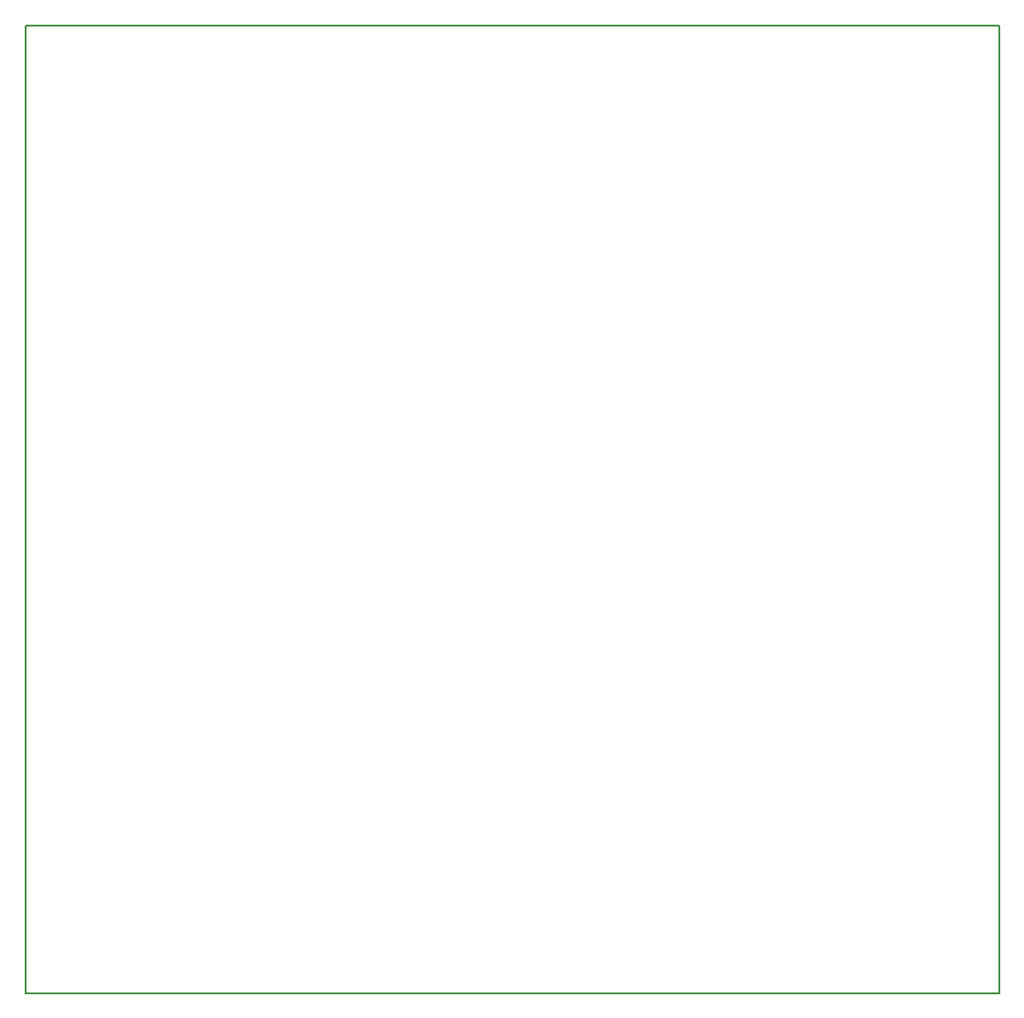
<source format=gm1>
G04 #@! TF.GenerationSoftware,KiCad,Pcbnew,5.0.2-bee76a0~70~ubuntu18.04.1*
G04 #@! TF.CreationDate,2019-04-18T20:00:00+02:00*
G04 #@! TF.ProjectId,Cramps2_nano-soc,4372616d-7073-4325-9f6e-616e6f2d736f,rev?*
G04 #@! TF.SameCoordinates,Original*
G04 #@! TF.FileFunction,Profile,NP*
%FSLAX46Y46*%
G04 Gerber Fmt 4.6, Leading zero omitted, Abs format (unit mm)*
G04 Created by KiCad (PCBNEW 5.0.2-bee76a0~70~ubuntu18.04.1) date 2019-04-18T20:00:00 CEST*
%MOMM*%
%LPD*%
G01*
G04 APERTURE LIST*
%ADD10C,0.150000*%
G04 APERTURE END LIST*
D10*
X174244000Y-60960000D02*
X87376000Y-60960000D01*
X174244000Y-147320000D02*
X174244000Y-60960000D01*
X87376000Y-147320000D02*
X174244000Y-147320000D01*
X87376000Y-60960000D02*
X87376000Y-147320000D01*
M02*

</source>
